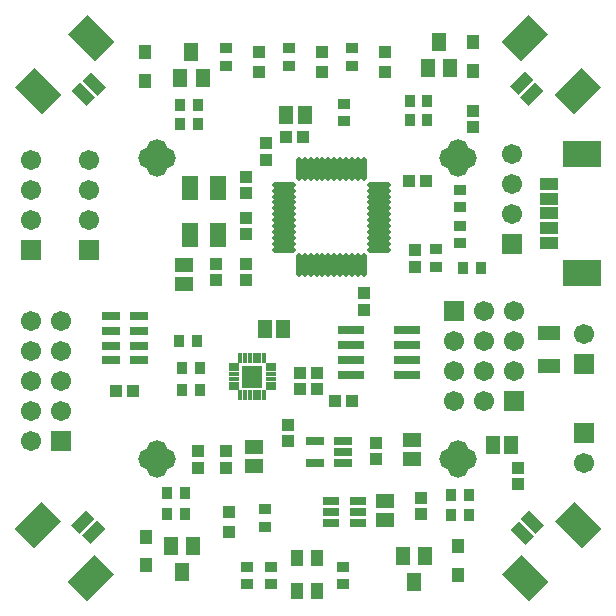
<source format=gts>
G04*
G04 #@! TF.GenerationSoftware,Altium Limited,Altium Designer,18.1.1 (9)*
G04*
G04 Layer_Color=8388736*
%FSLAX23Y23*%
%MOIN*%
G70*
G01*
G75*
%ADD37R,0.039X0.039*%
%ADD47R,0.075X0.051*%
%ADD48R,0.059X0.039*%
%ADD49R,0.126X0.091*%
%ADD50R,0.056X0.028*%
%ADD51R,0.055X0.079*%
G04:AMPARAMS|DCode=52|XSize=39mil|YSize=71mil|CornerRadius=0mil|HoleSize=0mil|Usage=FLASHONLY|Rotation=45.000|XOffset=0mil|YOffset=0mil|HoleType=Round|Shape=Rectangle|*
%AMROTATEDRECTD52*
4,1,4,0.011,-0.039,-0.039,0.011,-0.011,0.039,0.039,-0.011,0.011,-0.039,0.0*
%
%ADD52ROTATEDRECTD52*%

G04:AMPARAMS|DCode=53|XSize=91mil|YSize=126mil|CornerRadius=0mil|HoleSize=0mil|Usage=FLASHONLY|Rotation=45.000|XOffset=0mil|YOffset=0mil|HoleType=Round|Shape=Rectangle|*
%AMROTATEDRECTD53*
4,1,4,0.013,-0.077,-0.077,0.013,-0.013,0.077,0.077,-0.013,0.013,-0.077,0.0*
%
%ADD53ROTATEDRECTD53*%

G04:AMPARAMS|DCode=54|XSize=39mil|YSize=71mil|CornerRadius=0mil|HoleSize=0mil|Usage=FLASHONLY|Rotation=315.000|XOffset=0mil|YOffset=0mil|HoleType=Round|Shape=Rectangle|*
%AMROTATEDRECTD54*
4,1,4,-0.039,-0.011,0.011,0.039,0.039,0.011,-0.011,-0.039,-0.039,-0.011,0.0*
%
%ADD54ROTATEDRECTD54*%

G04:AMPARAMS|DCode=55|XSize=91mil|YSize=126mil|CornerRadius=0mil|HoleSize=0mil|Usage=FLASHONLY|Rotation=315.000|XOffset=0mil|YOffset=0mil|HoleType=Round|Shape=Rectangle|*
%AMROTATEDRECTD55*
4,1,4,-0.077,-0.013,0.013,0.077,0.077,0.013,-0.013,-0.077,-0.077,-0.013,0.0*
%
%ADD55ROTATEDRECTD55*%

%ADD56R,0.039X0.047*%
%ADD57R,0.047X0.063*%
%ADD58R,0.086X0.030*%
%ADD59R,0.061X0.030*%
%ADD60O,0.016X0.036*%
%ADD61O,0.036X0.016*%
%ADD62R,0.071X0.077*%
%ADD63R,0.060X0.029*%
%ADD64O,0.079X0.020*%
%ADD65O,0.020X0.079*%
%ADD66R,0.059X0.047*%
%ADD67R,0.043X0.039*%
%ADD68R,0.043X0.036*%
%ADD69R,0.043X0.055*%
%ADD70R,0.039X0.043*%
%ADD71R,0.036X0.043*%
%ADD72R,0.047X0.059*%
%ADD73R,0.067X0.067*%
%ADD74C,0.067*%
%ADD75O,0.126X0.067*%
%ADD76O,0.067X0.126*%
D37*
X721Y237D02*
D03*
Y304D02*
D03*
X822Y1773D02*
D03*
Y1839D02*
D03*
X1033Y1773D02*
D03*
Y1839D02*
D03*
X1243Y1773D02*
D03*
Y1839D02*
D03*
D47*
X1787Y793D02*
D03*
Y900D02*
D03*
D48*
X1787Y1202D02*
D03*
Y1251D02*
D03*
Y1300D02*
D03*
Y1349D02*
D03*
Y1399D02*
D03*
D49*
X1898Y1499D02*
D03*
Y1101D02*
D03*
D50*
X1150Y341D02*
D03*
Y304D02*
D03*
Y267D02*
D03*
X1060D02*
D03*
Y304D02*
D03*
Y341D02*
D03*
D51*
X684Y1384D02*
D03*
Y1227D02*
D03*
X590D02*
D03*
Y1384D02*
D03*
D52*
X1733Y270D02*
D03*
X1698Y236D02*
D03*
X236Y1697D02*
D03*
X270Y1732D02*
D03*
D53*
X1885Y261D02*
D03*
X1708Y84D02*
D03*
X84Y1707D02*
D03*
X261Y1884D02*
D03*
D54*
X270Y238D02*
D03*
X236Y272D02*
D03*
X1698Y1734D02*
D03*
X1733Y1699D02*
D03*
D55*
X261Y86D02*
D03*
X84Y263D02*
D03*
X1708Y1886D02*
D03*
X1885Y1709D02*
D03*
D56*
X441Y1838D02*
D03*
Y1743D02*
D03*
X1535Y1775D02*
D03*
Y1870D02*
D03*
X446Y222D02*
D03*
Y128D02*
D03*
X1486Y96D02*
D03*
Y191D02*
D03*
D57*
X559Y1750D02*
D03*
X634D02*
D03*
X596Y1837D02*
D03*
X1384Y1785D02*
D03*
X1459D02*
D03*
X1421Y1872D02*
D03*
X603Y192D02*
D03*
X529D02*
D03*
X566Y105D02*
D03*
X1375Y158D02*
D03*
X1300D02*
D03*
X1338Y72D02*
D03*
D58*
X1128Y760D02*
D03*
Y810D02*
D03*
Y860D02*
D03*
Y910D02*
D03*
X1314D02*
D03*
Y860D02*
D03*
Y810D02*
D03*
Y760D02*
D03*
D59*
X1101Y469D02*
D03*
Y506D02*
D03*
Y543D02*
D03*
X1007Y469D02*
D03*
Y543D02*
D03*
D60*
X759Y695D02*
D03*
X775D02*
D03*
X791D02*
D03*
X807D02*
D03*
X822D02*
D03*
X838D02*
D03*
Y817D02*
D03*
X822D02*
D03*
X807D02*
D03*
X791D02*
D03*
X775D02*
D03*
X759D02*
D03*
D61*
X860Y717D02*
D03*
Y733D02*
D03*
Y749D02*
D03*
Y764D02*
D03*
Y780D02*
D03*
Y796D02*
D03*
X738D02*
D03*
Y780D02*
D03*
Y764D02*
D03*
Y749D02*
D03*
Y733D02*
D03*
Y717D02*
D03*
D62*
X799Y756D02*
D03*
D63*
X422Y810D02*
D03*
X328D02*
D03*
X422Y859D02*
D03*
Y908D02*
D03*
Y958D02*
D03*
X328D02*
D03*
Y908D02*
D03*
Y859D02*
D03*
D64*
X904Y1396D02*
D03*
Y1376D02*
D03*
Y1356D02*
D03*
Y1337D02*
D03*
Y1317D02*
D03*
Y1297D02*
D03*
Y1278D02*
D03*
Y1258D02*
D03*
Y1238D02*
D03*
Y1219D02*
D03*
Y1199D02*
D03*
Y1179D02*
D03*
X1222D02*
D03*
Y1199D02*
D03*
Y1219D02*
D03*
Y1238D02*
D03*
Y1258D02*
D03*
Y1278D02*
D03*
Y1297D02*
D03*
Y1317D02*
D03*
Y1337D02*
D03*
Y1356D02*
D03*
Y1376D02*
D03*
Y1396D02*
D03*
D65*
X955Y1128D02*
D03*
X974D02*
D03*
X994D02*
D03*
X1014D02*
D03*
X1033D02*
D03*
X1053D02*
D03*
X1073D02*
D03*
X1093D02*
D03*
X1112D02*
D03*
X1132D02*
D03*
X1152D02*
D03*
X1171D02*
D03*
Y1447D02*
D03*
X1152D02*
D03*
X1132D02*
D03*
X1112D02*
D03*
X1093D02*
D03*
X1073D02*
D03*
X1053D02*
D03*
X1033D02*
D03*
X1014D02*
D03*
X994D02*
D03*
X974D02*
D03*
X955D02*
D03*
D66*
X1243Y342D02*
D03*
Y279D02*
D03*
X1330Y544D02*
D03*
Y481D02*
D03*
X572Y1128D02*
D03*
Y1066D02*
D03*
X804Y520D02*
D03*
Y457D02*
D03*
D67*
X1684Y453D02*
D03*
Y398D02*
D03*
X1341Y1122D02*
D03*
Y1178D02*
D03*
X713Y508D02*
D03*
Y453D02*
D03*
X779Y1077D02*
D03*
Y1132D02*
D03*
X679D02*
D03*
Y1077D02*
D03*
X617Y453D02*
D03*
Y508D02*
D03*
X917Y596D02*
D03*
Y541D02*
D03*
X1210Y480D02*
D03*
Y535D02*
D03*
X779Y1230D02*
D03*
Y1286D02*
D03*
Y1423D02*
D03*
Y1367D02*
D03*
X1172Y979D02*
D03*
Y1034D02*
D03*
X845Y1534D02*
D03*
Y1478D02*
D03*
X1534Y1642D02*
D03*
Y1587D02*
D03*
X1360Y352D02*
D03*
Y297D02*
D03*
D68*
X1103Y64D02*
D03*
Y123D02*
D03*
X781D02*
D03*
Y64D02*
D03*
X860Y123D02*
D03*
Y64D02*
D03*
X1412Y1121D02*
D03*
Y1181D02*
D03*
X1106Y1666D02*
D03*
Y1607D02*
D03*
X1491Y1200D02*
D03*
Y1259D02*
D03*
X1492Y1379D02*
D03*
Y1320D02*
D03*
X840Y314D02*
D03*
Y255D02*
D03*
X710Y1850D02*
D03*
Y1791D02*
D03*
X920Y1850D02*
D03*
Y1791D02*
D03*
X1131Y1850D02*
D03*
Y1791D02*
D03*
D69*
X1015Y43D02*
D03*
Y153D02*
D03*
X948Y43D02*
D03*
Y153D02*
D03*
D70*
X1131Y675D02*
D03*
X1076D02*
D03*
X344Y708D02*
D03*
X400D02*
D03*
X959Y714D02*
D03*
X1014D02*
D03*
X1014Y769D02*
D03*
X959D02*
D03*
X1379Y1409D02*
D03*
X1323D02*
D03*
X913Y1555D02*
D03*
X969D02*
D03*
D71*
X1561Y1118D02*
D03*
X1502D02*
D03*
X615Y874D02*
D03*
X555D02*
D03*
X1461Y363D02*
D03*
X1520D02*
D03*
Y294D02*
D03*
X1461D02*
D03*
X574Y299D02*
D03*
X515D02*
D03*
Y369D02*
D03*
X574D02*
D03*
X618Y1662D02*
D03*
X559D02*
D03*
X558Y1597D02*
D03*
X617D02*
D03*
X1383Y1613D02*
D03*
X1324D02*
D03*
X1324Y1676D02*
D03*
X1383D02*
D03*
X566Y713D02*
D03*
X626D02*
D03*
X566Y784D02*
D03*
X626D02*
D03*
D72*
X1600Y528D02*
D03*
X1663D02*
D03*
X913Y1627D02*
D03*
X975D02*
D03*
X840Y915D02*
D03*
X903D02*
D03*
D73*
X1906Y569D02*
D03*
X1905Y797D02*
D03*
X160Y541D02*
D03*
X1470Y976D02*
D03*
X1670Y676D02*
D03*
X1665Y1197D02*
D03*
X60Y1177D02*
D03*
X254Y1177D02*
D03*
D74*
X1906Y469D02*
D03*
X1905Y897D02*
D03*
X60Y541D02*
D03*
X160Y641D02*
D03*
X60D02*
D03*
X160Y741D02*
D03*
X60D02*
D03*
X160Y841D02*
D03*
X60D02*
D03*
X160Y941D02*
D03*
X60D02*
D03*
X1570Y676D02*
D03*
Y776D02*
D03*
Y876D02*
D03*
Y976D02*
D03*
X1470Y676D02*
D03*
Y776D02*
D03*
Y876D02*
D03*
X1670Y776D02*
D03*
Y876D02*
D03*
Y976D02*
D03*
X1665Y1297D02*
D03*
Y1397D02*
D03*
Y1497D02*
D03*
X60Y1277D02*
D03*
Y1377D02*
D03*
Y1477D02*
D03*
X254Y1277D02*
D03*
Y1377D02*
D03*
Y1477D02*
D03*
D75*
X482Y1486D02*
D03*
Y482D02*
D03*
X1486Y1486D02*
D03*
Y482D02*
D03*
D76*
X482Y1486D02*
D03*
X1486Y482D02*
D03*
X482D02*
D03*
X1486Y1486D02*
D03*
M02*

</source>
